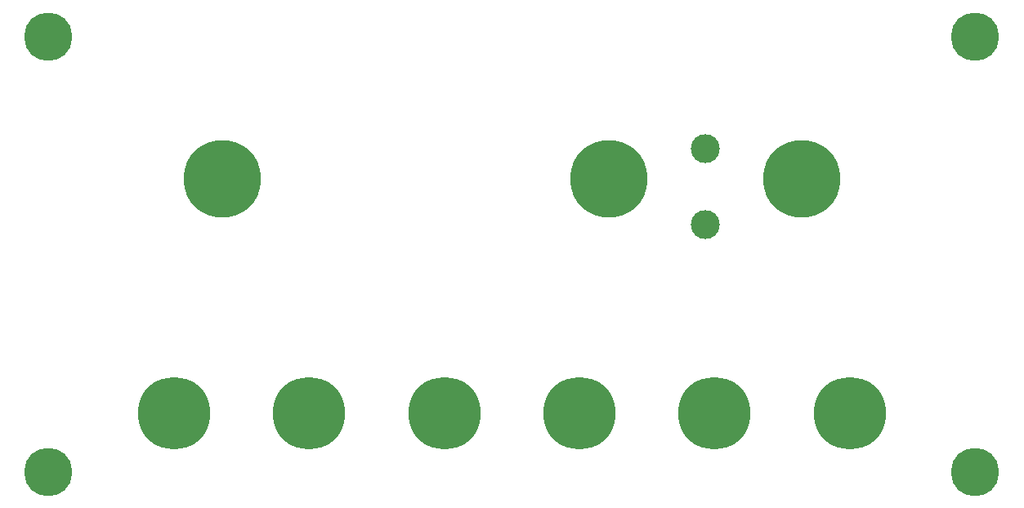
<source format=gts>
%TF.GenerationSoftware,KiCad,Pcbnew,(6.0.11)*%
%TF.CreationDate,2023-08-12T14:35:41-04:00*%
%TF.ProjectId,FP_Rev_21,46505f52-6576-45f3-9231-2e6b69636164,rev?*%
%TF.SameCoordinates,Original*%
%TF.FileFunction,Soldermask,Top*%
%TF.FilePolarity,Negative*%
%FSLAX46Y46*%
G04 Gerber Fmt 4.6, Leading zero omitted, Abs format (unit mm)*
G04 Created by KiCad (PCBNEW (6.0.11)) date 2023-08-12 14:35:41*
%MOMM*%
%LPD*%
G01*
G04 APERTURE LIST*
%ADD10C,3.000000*%
%ADD11C,7.500000*%
%ADD12C,5.000000*%
%ADD13C,8.000000*%
G04 APERTURE END LIST*
D10*
%TO.C,H9*%
X170000000Y-56970000D03*
%TD*%
D11*
%TO.C,H14*%
X171000000Y-76500000D03*
%TD*%
D12*
%TO.C,H2*%
X101990000Y-82570000D03*
%TD*%
D13*
%TO.C,H7*%
X160000000Y-52200000D03*
%TD*%
D11*
%TO.C,H12*%
X143000000Y-76500000D03*
%TD*%
D10*
%TO.C,H8*%
X170000000Y-49030000D03*
%TD*%
D13*
%TO.C,H5*%
X120000000Y-52200000D03*
%TD*%
%TO.C,H6*%
X180000000Y-52200000D03*
%TD*%
D12*
%TO.C,H4*%
X198010000Y-37430000D03*
%TD*%
D11*
%TO.C,H15*%
X185000000Y-76500000D03*
%TD*%
%TO.C,H11*%
X129000000Y-76500000D03*
%TD*%
%TO.C,H13*%
X157000000Y-76500000D03*
%TD*%
%TO.C,H10*%
X115000000Y-76500000D03*
%TD*%
D12*
%TO.C,H3*%
X198010000Y-82570000D03*
%TD*%
%TO.C,H1*%
X101990000Y-37430000D03*
%TD*%
M02*

</source>
